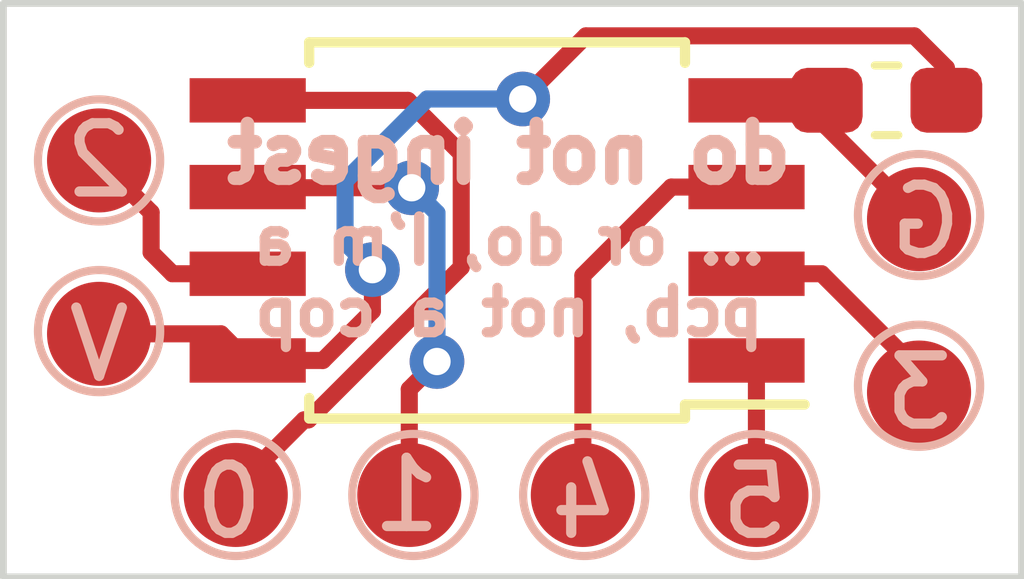
<source format=kicad_pcb>
(kicad_pcb (version 20171130) (host pcbnew "(5.1.5-0-10_14)")

  (general
    (thickness 1.6)
    (drawings 22)
    (tracks 45)
    (zones 0)
    (modules 5)
    (nets 9)
  )

  (page A4)
  (layers
    (0 F.Cu signal hide)
    (31 B.Cu signal hide)
    (32 B.Adhes user)
    (33 F.Adhes user)
    (34 B.Paste user)
    (35 F.Paste user)
    (36 B.SilkS user)
    (37 F.SilkS user)
    (38 B.Mask user)
    (39 F.Mask user hide)
    (40 Dwgs.User user)
    (41 Cmts.User user)
    (42 Eco1.User user)
    (43 Eco2.User user)
    (44 Edge.Cuts user)
    (45 Margin user)
    (46 B.CrtYd user)
    (47 F.CrtYd user)
    (48 B.Fab user)
    (49 F.Fab user)
  )

  (setup
    (last_trace_width 0.25)
    (trace_clearance 0.2)
    (zone_clearance 0.508)
    (zone_45_only no)
    (trace_min 0.2)
    (via_size 0.8)
    (via_drill 0.4)
    (via_min_size 0.4)
    (via_min_drill 0.3)
    (uvia_size 0.3)
    (uvia_drill 0.1)
    (uvias_allowed no)
    (uvia_min_size 0.2)
    (uvia_min_drill 0.1)
    (edge_width 0.05)
    (segment_width 0.2)
    (pcb_text_width 0.3)
    (pcb_text_size 1.5 1.5)
    (mod_edge_width 0.12)
    (mod_text_size 1 1)
    (mod_text_width 0.15)
    (pad_size 1.524 1.524)
    (pad_drill 0.762)
    (pad_to_mask_clearance 0.051)
    (solder_mask_min_width 0.25)
    (aux_axis_origin 0 0)
    (visible_elements FFFFFF7F)
    (pcbplotparams
      (layerselection 0x010fc_ffffffff)
      (usegerberextensions false)
      (usegerberattributes false)
      (usegerberadvancedattributes false)
      (creategerberjobfile false)
      (excludeedgelayer true)
      (linewidth 0.100000)
      (plotframeref false)
      (viasonmask false)
      (mode 1)
      (useauxorigin false)
      (hpglpennumber 1)
      (hpglpenspeed 20)
      (hpglpendiameter 15.000000)
      (psnegative false)
      (psa4output false)
      (plotreference true)
      (plotvalue true)
      (plotinvisibletext false)
      (padsonsilk false)
      (subtractmaskfromsilk false)
      (outputformat 1)
      (mirror false)
      (drillshape 1)
      (scaleselection 1)
      (outputdirectory ""))
  )

  (net 0 "")
  (net 1 VCC)
  (net 2 GND)
  (net 3 "Net-(J1-Pad2)")
  (net 4 "Net-(J2-Pad1)")
  (net 5 "Net-(J2-Pad2)")
  (net 6 "Net-(J2-Pad3)")
  (net 7 "Net-(J2-Pad4)")
  (net 8 "Net-(J3-Pad2)")

  (net_class Default "This is the default net class."
    (clearance 0.2)
    (trace_width 0.25)
    (via_dia 0.8)
    (via_drill 0.4)
    (uvia_dia 0.3)
    (uvia_drill 0.1)
    (add_net GND)
    (add_net "Net-(J1-Pad2)")
    (add_net "Net-(J2-Pad1)")
    (add_net "Net-(J2-Pad2)")
    (add_net "Net-(J2-Pad3)")
    (add_net "Net-(J2-Pad4)")
    (add_net "Net-(J3-Pad2)")
    (add_net VCC)
  )

  (module Capacitor_SMD:C_0603_1608Metric_Pad1.05x0.95mm_HandSolder (layer F.Cu) (tedit 5B301BBE) (tstamp 5E640F6D)
    (at 157.125 97.318718 180)
    (descr "Capacitor SMD 0603 (1608 Metric), square (rectangular) end terminal, IPC_7351 nominal with elongated pad for handsoldering. (Body size source: http://www.tortai-tech.com/upload/download/2011102023233369053.pdf), generated with kicad-footprint-generator")
    (tags "capacitor handsolder")
    (path /5E63D7D6)
    (attr smd)
    (fp_text reference C1 (at 0 -1.43) (layer F.SilkS) hide
      (effects (font (size 1 1) (thickness 0.15)))
    )
    (fp_text value "0.1 uF" (at 0 1.43) (layer F.Fab)
      (effects (font (size 1 1) (thickness 0.15)))
    )
    (fp_line (start -0.8 0.4) (end -0.8 -0.4) (layer F.Fab) (width 0.1))
    (fp_line (start -0.8 -0.4) (end 0.8 -0.4) (layer F.Fab) (width 0.1))
    (fp_line (start 0.8 -0.4) (end 0.8 0.4) (layer F.Fab) (width 0.1))
    (fp_line (start 0.8 0.4) (end -0.8 0.4) (layer F.Fab) (width 0.1))
    (fp_line (start -0.171267 -0.51) (end 0.171267 -0.51) (layer F.SilkS) (width 0.12))
    (fp_line (start -0.171267 0.51) (end 0.171267 0.51) (layer F.SilkS) (width 0.12))
    (fp_line (start -1.65 0.73) (end -1.65 -0.73) (layer F.CrtYd) (width 0.05))
    (fp_line (start -1.65 -0.73) (end 1.65 -0.73) (layer F.CrtYd) (width 0.05))
    (fp_line (start 1.65 -0.73) (end 1.65 0.73) (layer F.CrtYd) (width 0.05))
    (fp_line (start 1.65 0.73) (end -1.65 0.73) (layer F.CrtYd) (width 0.05))
    (fp_text user %R (at 0 0) (layer F.Fab)
      (effects (font (size 0.4 0.4) (thickness 0.06)))
    )
    (pad 1 smd roundrect (at -0.875 0 180) (size 1.05 0.95) (layers F.Cu F.Paste F.Mask) (roundrect_rratio 0.25)
      (net 1 VCC))
    (pad 2 smd roundrect (at 0.875 0 180) (size 1.05 0.95) (layers F.Cu F.Paste F.Mask) (roundrect_rratio 0.25)
      (net 2 GND))
    (model ${KISYS3DMOD}/Capacitor_SMD.3dshapes/C_0603_1608Metric.wrl
      (at (xyz 0 0 0))
      (scale (xyz 1 1 1))
      (rotate (xyz 0 0 0))
    )
  )

  (module Connector:2_tiny_pads (layer F.Cu) (tedit 5E63B89E) (tstamp 5E640F73)
    (at 143.06 99.47 90)
    (path /5E643487)
    (fp_text reference J1 (at 0 0.5 90) (layer F.SilkS) hide
      (effects (font (size 1 1) (thickness 0.15)))
    )
    (fp_text value Conn_01x02_Female (at 0 -0.5 90) (layer F.Fab)
      (effects (font (size 1 1) (thickness 0.15)))
    )
    (pad 1 smd circle (at -1.27 2.54 90) (size 1.524 1.524) (layers F.Cu F.Paste F.Mask)
      (net 1 VCC))
    (pad 2 smd circle (at 1.27 2.54 90) (size 1.524 1.524) (layers F.Cu F.Paste F.Mask)
      (net 3 "Net-(J1-Pad2)"))
  )

  (module Connector:4_tiny_pads (layer F.Cu) (tedit 5E63B90D) (tstamp 5E640F7B)
    (at 151.41 100.56)
    (path /5E645C83)
    (fp_text reference J2 (at 0 0.5) (layer F.SilkS) hide
      (effects (font (size 1 1) (thickness 0.15)))
    )
    (fp_text value Conn_01x04_Female (at 0 -0.5) (layer F.Fab)
      (effects (font (size 1 1) (thickness 0.15)))
    )
    (pad 1 smd circle (at -3.81 2.54) (size 1.524 1.524) (layers F.Cu F.Paste F.Mask)
      (net 4 "Net-(J2-Pad1)"))
    (pad 2 smd circle (at -1.27 2.54) (size 1.524 1.524) (layers F.Cu F.Paste F.Mask)
      (net 5 "Net-(J2-Pad2)"))
    (pad 3 smd circle (at 1.27 2.54) (size 1.524 1.524) (layers F.Cu F.Paste F.Mask)
      (net 6 "Net-(J2-Pad3)"))
    (pad 4 smd circle (at 3.81 2.54) (size 1.524 1.524) (layers F.Cu F.Paste F.Mask)
      (net 7 "Net-(J2-Pad4)"))
  )

  (module Connector:2_tiny_pads (layer F.Cu) (tedit 5E63B89E) (tstamp 5E640F81)
    (at 160.14 100.33 270)
    (path /5E644857)
    (fp_text reference J3 (at 0 0.5 90) (layer F.SilkS) hide
      (effects (font (size 1 1) (thickness 0.15)))
    )
    (fp_text value Conn_01x02_Female (at 0 -0.5 90) (layer F.Fab)
      (effects (font (size 1 1) (thickness 0.15)))
    )
    (pad 2 smd circle (at 1.27 2.54 270) (size 1.524 1.524) (layers F.Cu F.Paste F.Mask)
      (net 8 "Net-(J3-Pad2)"))
    (pad 1 smd circle (at -1.27 2.54 270) (size 1.524 1.524) (layers F.Cu F.Paste F.Mask)
      (net 2 GND))
  )

  (module Package_SO:SOIJ-8_5.3x5.3mm_P1.27mm (layer F.Cu) (tedit 5A02F2D3) (tstamp 5E640F9E)
    (at 151.424999 99.224999 180)
    (descr "8-Lead Plastic Small Outline (SM) - Medium, 5.28 mm Body [SOIC] (see Microchip Packaging Specification 00000049BS.pdf)")
    (tags "SOIC 1.27")
    (path /5E653758)
    (attr smd)
    (fp_text reference U1 (at 0 -3.68) (layer F.SilkS) hide
      (effects (font (size 1 1) (thickness 0.15)))
    )
    (fp_text value ATtiny85-20SU (at 0 3.68) (layer F.Fab)
      (effects (font (size 1 1) (thickness 0.15)))
    )
    (fp_text user %R (at 0 0) (layer F.Fab)
      (effects (font (size 1 1) (thickness 0.15)))
    )
    (fp_line (start -1.65 -2.65) (end 2.65 -2.65) (layer F.Fab) (width 0.15))
    (fp_line (start 2.65 -2.65) (end 2.65 2.65) (layer F.Fab) (width 0.15))
    (fp_line (start 2.65 2.65) (end -2.65 2.65) (layer F.Fab) (width 0.15))
    (fp_line (start -2.65 2.65) (end -2.65 -1.65) (layer F.Fab) (width 0.15))
    (fp_line (start -2.65 -1.65) (end -1.65 -2.65) (layer F.Fab) (width 0.15))
    (fp_line (start -4.75 -2.95) (end -4.75 2.95) (layer F.CrtYd) (width 0.05))
    (fp_line (start 4.75 -2.95) (end 4.75 2.95) (layer F.CrtYd) (width 0.05))
    (fp_line (start -4.75 -2.95) (end 4.75 -2.95) (layer F.CrtYd) (width 0.05))
    (fp_line (start -4.75 2.95) (end 4.75 2.95) (layer F.CrtYd) (width 0.05))
    (fp_line (start -2.75 -2.755) (end -2.75 -2.55) (layer F.SilkS) (width 0.15))
    (fp_line (start 2.75 -2.755) (end 2.75 -2.455) (layer F.SilkS) (width 0.15))
    (fp_line (start 2.75 2.755) (end 2.75 2.455) (layer F.SilkS) (width 0.15))
    (fp_line (start -2.75 2.755) (end -2.75 2.455) (layer F.SilkS) (width 0.15))
    (fp_line (start -2.75 -2.755) (end 2.75 -2.755) (layer F.SilkS) (width 0.15))
    (fp_line (start -2.75 2.755) (end 2.75 2.755) (layer F.SilkS) (width 0.15))
    (fp_line (start -2.75 -2.55) (end -4.5 -2.55) (layer F.SilkS) (width 0.15))
    (pad 1 smd rect (at -3.65 -1.905 180) (size 1.7 0.65) (layers F.Cu F.Paste F.Mask)
      (net 7 "Net-(J2-Pad4)"))
    (pad 2 smd rect (at -3.65 -0.635 180) (size 1.7 0.65) (layers F.Cu F.Paste F.Mask)
      (net 8 "Net-(J3-Pad2)"))
    (pad 3 smd rect (at -3.65 0.635 180) (size 1.7 0.65) (layers F.Cu F.Paste F.Mask)
      (net 6 "Net-(J2-Pad3)"))
    (pad 4 smd rect (at -3.65 1.905 180) (size 1.7 0.65) (layers F.Cu F.Paste F.Mask)
      (net 2 GND))
    (pad 5 smd rect (at 3.65 1.905 180) (size 1.7 0.65) (layers F.Cu F.Paste F.Mask)
      (net 4 "Net-(J2-Pad1)"))
    (pad 6 smd rect (at 3.65 0.635 180) (size 1.7 0.65) (layers F.Cu F.Paste F.Mask)
      (net 5 "Net-(J2-Pad2)"))
    (pad 7 smd rect (at 3.65 -0.635 180) (size 1.7 0.65) (layers F.Cu F.Paste F.Mask)
      (net 3 "Net-(J1-Pad2)"))
    (pad 8 smd rect (at 3.65 -1.905 180) (size 1.7 0.65) (layers F.Cu F.Paste F.Mask)
      (net 1 VCC))
    (model ${KISYS3DMOD}/Package_SO.3dshapes/SOIJ-8_5.3x5.3mm_P1.27mm.wrl
      (at (xyz 0 0 0))
      (scale (xyz 1 1 1))
      (rotate (xyz 0 0 0))
    )
  )

  (gr_text "… or do, I’m a\npcb, not a cop" (at 151.6 99.9) (layer B.SilkS)
    (effects (font (size 0.65 0.65) (thickness 0.15)) (justify mirror))
  )
  (gr_text "do not ingest" (at 151.6 98.1) (layer B.SilkS)
    (effects (font (size 0.8 0.8) (thickness 0.2)) (justify mirror))
  )
  (gr_circle (center 147.6 103.1) (end 146.8 102.7) (layer B.SilkS) (width 0.12) (tstamp 5E641763))
  (gr_circle (center 150.2 103.1) (end 149.4 102.7) (layer B.SilkS) (width 0.12) (tstamp 5E641763))
  (gr_circle (center 152.7 103.1) (end 151.9 102.7) (layer B.SilkS) (width 0.12) (tstamp 5E641731))
  (gr_circle (center 155.2 103.1) (end 154.4 102.7) (layer B.SilkS) (width 0.12) (tstamp 5E641731))
  (gr_circle (center 157.6 101.5) (end 156.8 101.1) (layer B.SilkS) (width 0.12) (tstamp 5E641731))
  (gr_circle (center 157.6 99) (end 156.8 98.6) (layer B.SilkS) (width 0.12) (tstamp 5E641731))
  (gr_circle (center 145.6 98.2) (end 144.8 97.8) (layer B.SilkS) (width 0.12) (tstamp 5E641731))
  (gr_circle (center 145.6 100.7) (end 144.8 100.3) (layer B.SilkS) (width 0.12))
  (gr_text 5 (at 155.2 103.2) (layer B.SilkS)
    (effects (font (size 1 1) (thickness 0.15)) (justify mirror))
  )
  (gr_text 4 (at 152.7 103.2) (layer B.SilkS)
    (effects (font (size 1 1) (thickness 0.15)) (justify mirror))
  )
  (gr_text 1 (at 150.1 103.1) (layer B.SilkS)
    (effects (font (size 1 1) (thickness 0.15)) (justify mirror))
  )
  (gr_text 0 (at 147.5 103.2) (layer B.SilkS)
    (effects (font (size 1 1) (thickness 0.15)) (justify mirror))
  )
  (gr_text 3 (at 157.6 101.6) (layer B.SilkS)
    (effects (font (size 1 1) (thickness 0.15)) (justify mirror))
  )
  (gr_text G (at 157.7 99.1) (layer B.SilkS)
    (effects (font (size 1 1) (thickness 0.15)) (justify mirror))
  )
  (gr_text 2 (at 145.6 98.2) (layer B.SilkS)
    (effects (font (size 1 1) (thickness 0.15)) (justify mirror))
  )
  (gr_text V (at 145.6 100.9) (layer B.SilkS)
    (effects (font (size 1 1) (thickness 0.15)) (justify mirror))
  )
  (gr_line (start 159.1 95.9) (end 159.1 104.3) (layer Edge.Cuts) (width 0.1))
  (gr_line (start 144.2 95.9) (end 159.1 95.9) (layer Edge.Cuts) (width 0.1))
  (gr_line (start 144.2 104.3) (end 144.2 95.9) (layer Edge.Cuts) (width 0.1))
  (gr_line (start 159.1 104.3) (end 144.2 104.3) (layer Edge.Cuts) (width 0.1))

  (segment (start 147.385 100.74) (end 147.774999 101.129999) (width 0.25) (layer F.Cu) (net 1))
  (segment (start 145.6 100.74) (end 147.385 100.74) (width 0.25) (layer F.Cu) (net 1))
  (via (at 149.6 99.8) (size 0.8) (drill 0.4) (layers F.Cu B.Cu) (net 1))
  (segment (start 149.6 100.404998) (end 149.6 99.8) (width 0.25) (layer F.Cu) (net 1))
  (segment (start 148.874999 101.129999) (end 149.6 100.404998) (width 0.25) (layer F.Cu) (net 1))
  (segment (start 147.774999 101.129999) (end 148.874999 101.129999) (width 0.25) (layer F.Cu) (net 1))
  (via (at 151.8 97.3) (size 0.8) (drill 0.4) (layers F.Cu B.Cu) (net 1))
  (segment (start 149.200001 98.501997) (end 150.401998 97.3) (width 0.25) (layer B.Cu) (net 1))
  (segment (start 150.401998 97.3) (end 151.8 97.3) (width 0.25) (layer B.Cu) (net 1))
  (segment (start 149.200001 99.400001) (end 149.200001 98.501997) (width 0.25) (layer B.Cu) (net 1))
  (segment (start 149.6 99.8) (end 149.200001 99.400001) (width 0.25) (layer B.Cu) (net 1))
  (segment (start 151.8 97.3) (end 152.72499 96.37501) (width 0.25) (layer F.Cu) (net 1))
  (segment (start 158 96.843718) (end 158 97.318718) (width 0.25) (layer F.Cu) (net 1))
  (segment (start 157.531292 96.37501) (end 158 96.843718) (width 0.25) (layer F.Cu) (net 1))
  (segment (start 152.72499 96.37501) (end 157.531292 96.37501) (width 0.25) (layer F.Cu) (net 1))
  (segment (start 156.248719 97.319999) (end 156.25 97.318718) (width 0.25) (layer F.Cu) (net 2))
  (segment (start 155.074999 97.319999) (end 156.248719 97.319999) (width 0.25) (layer F.Cu) (net 2))
  (segment (start 156.25 97.71) (end 157.6 99.06) (width 0.25) (layer F.Cu) (net 2))
  (segment (start 156.25 97.318718) (end 156.25 97.71) (width 0.25) (layer F.Cu) (net 2))
  (segment (start 146.361999 99.546999) (end 146.674999 99.859999) (width 0.25) (layer F.Cu) (net 3))
  (segment (start 146.361999 98.961999) (end 146.361999 99.546999) (width 0.25) (layer F.Cu) (net 3))
  (segment (start 146.674999 99.859999) (end 147.774999 99.859999) (width 0.25) (layer F.Cu) (net 3))
  (segment (start 145.6 98.2) (end 146.361999 98.961999) (width 0.25) (layer F.Cu) (net 3))
  (segment (start 147.6 103) (end 148.6 102) (width 0.25) (layer F.Cu) (net 4))
  (segment (start 148.665 102) (end 150.9 99.765) (width 0.25) (layer F.Cu) (net 4))
  (segment (start 148.6 102) (end 148.665 102) (width 0.25) (layer F.Cu) (net 4))
  (segment (start 150.9 99.765) (end 150.9 98.1) (width 0.25) (layer F.Cu) (net 4))
  (segment (start 150.119999 97.319999) (end 147.774999 97.319999) (width 0.25) (layer F.Cu) (net 4))
  (segment (start 150.9 98.1) (end 150.119999 97.319999) (width 0.25) (layer F.Cu) (net 4))
  (via (at 150.545153 101.145153) (size 0.8) (drill 0.4) (layers F.Cu B.Cu) (net 5))
  (segment (start 150.14 101.550306) (end 150.545153 101.145153) (width 0.25) (layer F.Cu) (net 5))
  (segment (start 150.14 103) (end 150.14 101.550306) (width 0.25) (layer F.Cu) (net 5))
  (via (at 150.175 98.6) (size 0.8) (drill 0.4) (layers F.Cu B.Cu) (net 5))
  (segment (start 150.545153 98.970153) (end 150.175 98.6) (width 0.25) (layer B.Cu) (net 5))
  (segment (start 150.545153 101.145153) (end 150.545153 98.970153) (width 0.25) (layer B.Cu) (net 5))
  (segment (start 147.785 98.6) (end 147.774999 98.589999) (width 0.25) (layer F.Cu) (net 5))
  (segment (start 150.175 98.6) (end 147.785 98.6) (width 0.25) (layer F.Cu) (net 5))
  (segment (start 153.974999 98.589999) (end 155.074999 98.589999) (width 0.25) (layer F.Cu) (net 6))
  (segment (start 152.68 99.884998) (end 153.974999 98.589999) (width 0.25) (layer F.Cu) (net 6))
  (segment (start 152.68 103) (end 152.68 99.884998) (width 0.25) (layer F.Cu) (net 6))
  (segment (start 155.22 101.275) (end 155.074999 101.129999) (width 0.25) (layer F.Cu) (net 7))
  (segment (start 155.22 103) (end 155.22 101.275) (width 0.25) (layer F.Cu) (net 7))
  (segment (start 157.6 101.285) (end 157.6 101.6) (width 0.25) (layer F.Cu) (net 8))
  (segment (start 156.174999 99.859999) (end 157.6 101.285) (width 0.25) (layer F.Cu) (net 8))
  (segment (start 155.074999 99.859999) (end 156.174999 99.859999) (width 0.25) (layer F.Cu) (net 8))

)

</source>
